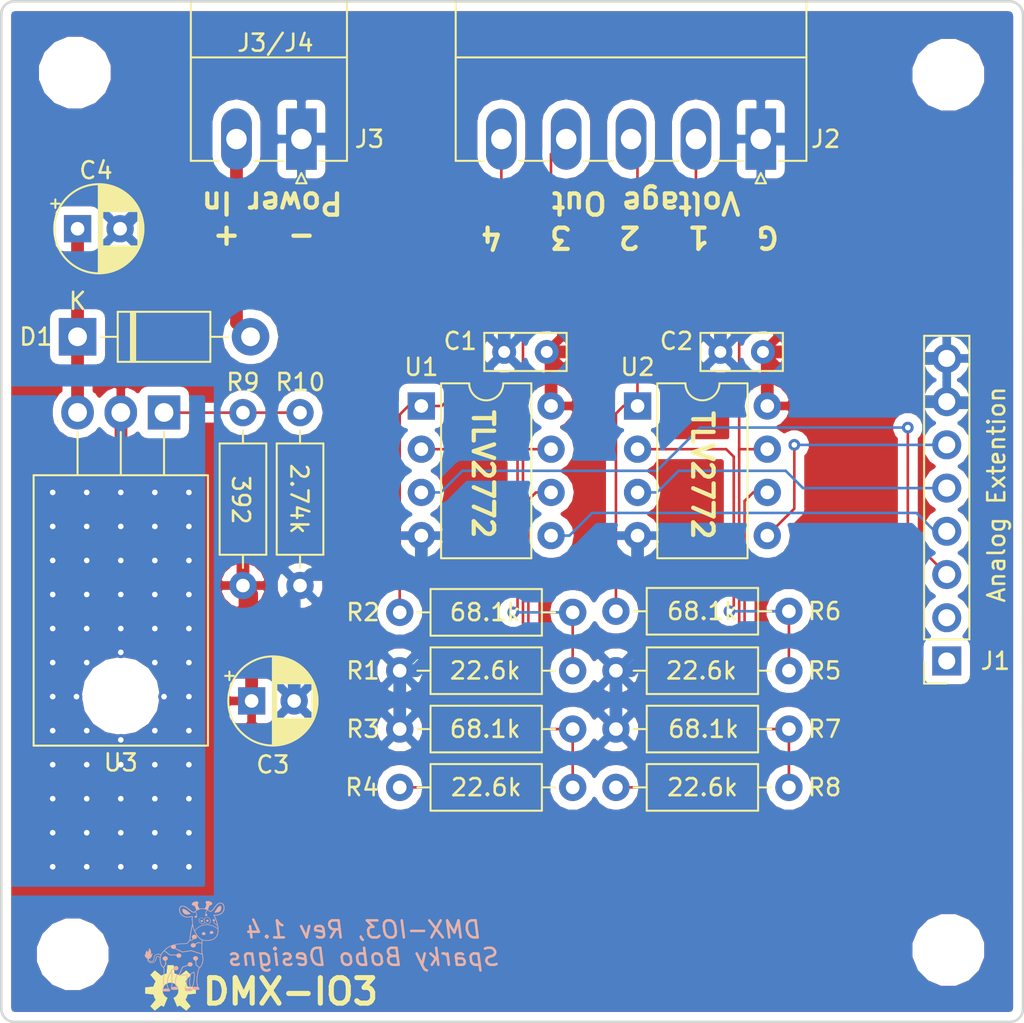
<source format=kicad_pcb>
(kicad_pcb (version 20171130) (host pcbnew "(5.1.12)-1")
  (title_block (title "DMX Demonstrator - Analog IO Voltage (DMX-IO3)") (date 2023-12-19) (rev 1.4) (company "Sparky Bobo Designs") (comment 2 "Designed by: SparkyBobo") (comment 3 https://creativecommons.org/licenses/by-sa/4.0/) (comment 4 "Released under the Creative Commons Attribution Share-Alike 4.0m License"))
  (layers (0 F.Cu signal hide) (31 B.Cu signal hide) (34 B.Paste user) (35 F.Paste user) (36 B.SilkS user) (37 F.SilkS user) (38 B.Mask user) (39 F.Mask user) (44 Edge.Cuts user))
  (net 0 "")
  (net 1 GND)
  (net 2 /AO1)
  (net 3 /AO0)
  (net 4 /AO3)
  (net 5 /AO2)
  (net 6 "Net-(J2-Pad2)")
  (net 7 "Net-(J2-Pad3)")
  (net 8 "Net-(J2-Pad4)")
  (net 9 "Net-(J2-Pad5)")
  (net 10 "Net-(R1-Pad2)")
  (net 11 "Net-(R10-Pad2)")
  (net 12 "Net-(D1-Pad2)")
  (net 13 "Net-(R3-Pad2)")
  (net 14 "Net-(R5-Pad2)")
  (net 15 "Net-(R7-Pad2)")
  (net 16 "Net-(C1-Pad1)")
  (net 17 "Net-(C4-Pad1)")
  (net 18 "Net-(J1-Pad1)")
  (net 19 "Net-(J1-Pad2)")
  (module Connector_Phoenix_MC:PhoenixContact_MC_1,5_2-G-3.81_1x02_P3.81mm_Horizontal (layer F.Cu) (at 143.9545 81.915 180)
    (fp_text reference J3 (at -4.0005 0 180) (layer F.SilkS))
    (fp_text value Power)
    (pad 1 thru_hole rect (at 0 0 180) (size 1.8 3.6) (drill 1.2) (layers *.Cu *.Mask) (net 1 GND))
    (pad 2 thru_hole oval (at 3.81 0 180) (size 1.8 3.6) (drill 1.2) (layers *.Cu *.Mask) (net 12 "Net-(D1-Pad2)"))
  )
  (module Connector_Phoenix_MC:PhoenixContact_MC_1,5_5-G-3.81_1x05_P3.81mm_Horizontal (layer F.Cu) (at 170.942 81.915 180)
    (fp_text reference J2 (at -3.81 0 180) (layer F.SilkS))
    (fp_text value Output)
    (pad 1 thru_hole rect (at 0 0 180) (size 1.8 3.6) (drill 1.2) (layers *.Cu *.Mask) (net 1 GND))
    (pad 2 thru_hole oval (at 3.81 0 180) (size 1.8 3.6) (drill 1.2) (layers *.Cu *.Mask) (net 6 "Net-(J2-Pad2)"))
    (pad 3 thru_hole oval (at 7.62 0 180) (size 1.8 3.6) (drill 1.2) (layers *.Cu *.Mask) (net 7 "Net-(J2-Pad3)"))
    (pad 4 thru_hole oval (at 11.43 0 180) (size 1.8 3.6) (drill 1.2) (layers *.Cu *.Mask) (net 8 "Net-(J2-Pad4)"))
    (pad 5 thru_hole oval (at 15.24 0 180) (size 1.8 3.6) (drill 1.2) (layers *.Cu *.Mask) (net 9 "Net-(J2-Pad5)"))
  )
  (module Package_TO_SOT_THT:TO-220-3_Horizontal_TabDown (layer F.Cu) (at 135.89 97.9805 180)
    (fp_text reference U3 (at 2.54 -20.58 180) (layer F.SilkS))
    (fp_text value LM317T)
    (pad "" np_thru_hole oval (at 2.54 -16.66 180) (size 3.5 3.5) (drill 3.5) (layers *.Cu *.Mask))
    (pad 1 thru_hole rect (at 0 0 180) (size 1.905 2) (drill 1.1) (layers *.Cu *.Mask) (net 11 "Net-(R10-Pad2)"))
    (pad 2 thru_hole oval (at 2.54 0 180) (size 1.905 2) (drill 1.1) (layers *.Cu *.Mask) (net 16 "Net-(C1-Pad1)"))
    (pad 3 thru_hole oval (at 5.08 0 180) (size 1.905 2) (drill 1.1) (layers *.Cu *.Mask) (net 17 "Net-(C4-Pad1)"))
  )
  (module Resistor_THT:R_Axial_DIN0207_L6.3mm_D2.5mm_P10.16mm_Horizontal (layer F.Cu) (at 149.733 113.157)
    (fp_text reference R1 (at -2.159 0) (layer F.SilkS))
    (fp_text value "22.6k 1%")
    (pad 2 thru_hole oval (at 10.16 0) (size 1.6 1.6) (drill 0.8) (layers *.Cu *.Mask) (net 10 "Net-(R1-Pad2)"))
    (pad 1 thru_hole circle (at 0 0) (size 1.6 1.6) (drill 0.8) (layers *.Cu *.Mask) (net 1 GND))
  )
  (module Resistor_THT:R_Axial_DIN0207_L6.3mm_D2.5mm_P10.16mm_Horizontal (layer F.Cu) (at 149.733 109.728)
    (fp_text reference R2 (at -2.159 0) (layer F.SilkS))
    (fp_text value "68.1k 1%")
    (pad 1 thru_hole circle (at 0 0) (size 1.6 1.6) (drill 0.8) (layers *.Cu *.Mask) (net 9 "Net-(J2-Pad5)"))
    (pad 2 thru_hole oval (at 10.16 0) (size 1.6 1.6) (drill 0.8) (layers *.Cu *.Mask) (net 10 "Net-(R1-Pad2)"))
  )
  (module Resistor_THT:R_Axial_DIN0207_L6.3mm_D2.5mm_P10.16mm_Horizontal (layer F.Cu) (at 149.733 116.586)
    (fp_text reference R3 (at -2.159 0) (layer F.SilkS))
    (fp_text value "22.6k 1%")
    (pad 2 thru_hole oval (at 10.16 0) (size 1.6 1.6) (drill 0.8) (layers *.Cu *.Mask) (net 13 "Net-(R3-Pad2)"))
    (pad 1 thru_hole circle (at 0 0) (size 1.6 1.6) (drill 0.8) (layers *.Cu *.Mask) (net 1 GND))
  )
  (module Resistor_THT:R_Axial_DIN0207_L6.3mm_D2.5mm_P10.16mm_Horizontal (layer F.Cu) (at 159.893 120.015 180)
    (fp_text reference R4 (at 12.3825 0 180) (layer F.SilkS))
    (fp_text value "68.1k 1%")
    (pad 1 thru_hole circle (at 0 0 180) (size 1.6 1.6) (drill 0.8) (layers *.Cu *.Mask) (net 13 "Net-(R3-Pad2)"))
    (pad 2 thru_hole oval (at 10.16 0 180) (size 1.6 1.6) (drill 0.8) (layers *.Cu *.Mask) (net 8 "Net-(J2-Pad4)"))
  )
  (module Resistor_THT:R_Axial_DIN0207_L6.3mm_D2.5mm_P10.16mm_Horizontal (layer F.Cu) (at 162.433 113.157)
    (fp_text reference R5 (at 12.2555 0) (layer F.SilkS))
    (fp_text value "22.6k 1%")
    (pad 2 thru_hole oval (at 10.16 0) (size 1.6 1.6) (drill 0.8) (layers *.Cu *.Mask) (net 14 "Net-(R5-Pad2)"))
    (pad 1 thru_hole circle (at 0 0) (size 1.6 1.6) (drill 0.8) (layers *.Cu *.Mask) (net 1 GND))
  )
  (module Resistor_THT:R_Axial_DIN0207_L6.3mm_D2.5mm_P10.16mm_Horizontal (layer F.Cu) (at 172.593 109.6645 180)
    (fp_text reference R6 (at -2.0955 0 180) (layer F.SilkS))
    (fp_text value "68.1k 1%")
    (pad 1 thru_hole circle (at 0 0 180) (size 1.6 1.6) (drill 0.8) (layers *.Cu *.Mask) (net 14 "Net-(R5-Pad2)"))
    (pad 2 thru_hole oval (at 10.16 0 180) (size 1.6 1.6) (drill 0.8) (layers *.Cu *.Mask) (net 7 "Net-(J2-Pad3)"))
  )
  (module Resistor_THT:R_Axial_DIN0207_L6.3mm_D2.5mm_P10.16mm_Horizontal (layer F.Cu) (at 162.433 116.586)
    (fp_text reference R7 (at 12.2555 0) (layer F.SilkS))
    (fp_text value "22.6k 1%")
    (pad 2 thru_hole oval (at 10.16 0) (size 1.6 1.6) (drill 0.8) (layers *.Cu *.Mask) (net 15 "Net-(R7-Pad2)"))
    (pad 1 thru_hole circle (at 0 0) (size 1.6 1.6) (drill 0.8) (layers *.Cu *.Mask) (net 1 GND))
  )
  (module Resistor_THT:R_Axial_DIN0207_L6.3mm_D2.5mm_P10.16mm_Horizontal (layer F.Cu) (at 172.593 120.015 180)
    (fp_text reference R8 (at -2.0955 0 180) (layer F.SilkS))
    (fp_text value "68.1k 1%")
    (pad 1 thru_hole circle (at 0 0 180) (size 1.6 1.6) (drill 0.8) (layers *.Cu *.Mask) (net 15 "Net-(R7-Pad2)"))
    (pad 2 thru_hole oval (at 10.16 0 180) (size 1.6 1.6) (drill 0.8) (layers *.Cu *.Mask) (net 6 "Net-(J2-Pad2)"))
  )
  (module Capacitor_THT:CP_Radial_D5.0mm_P2.50mm (layer F.Cu) (at 141.0335 114.935)
    (fp_text reference C3 (at 1.25 3.7465) (layer F.SilkS))
    (fp_text value 10uF)
    (pad 1 thru_hole rect (at 0 0) (size 1.6 1.6) (drill 0.8) (layers *.Cu *.Mask) (net 16 "Net-(C1-Pad1)"))
    (pad 2 thru_hole circle (at 2.5 0) (size 1.6 1.6) (drill 0.8) (layers *.Cu *.Mask) (net 1 GND))
  )
  (module Connector_PinSocket_2.54mm:PinSocket_1x08_P2.54mm_Vertical (layer F.Cu) (at 181.864 112.5855 180)
    (fp_text reference J1 (at -2.8575 0 180) (layer F.SilkS))
    (fp_text value "Analog Extension")
    (pad 1 thru_hole rect (at 0 0 180) (size 1.7 1.7) (drill 1) (layers *.Cu *.Mask) (net 18 "Net-(J1-Pad1)"))
    (pad 2 thru_hole oval (at 0 2.54 180) (size 1.7 1.7) (drill 1) (layers *.Cu *.Mask) (net 19 "Net-(J1-Pad2)"))
    (pad 3 thru_hole oval (at 0 5.08 180) (size 1.7 1.7) (drill 1) (layers *.Cu *.Mask) (net 4 /AO3))
    (pad 4 thru_hole oval (at 0 7.62 180) (size 1.7 1.7) (drill 1) (layers *.Cu *.Mask) (net 5 /AO2))
    (pad 5 thru_hole oval (at 0 10.16 180) (size 1.7 1.7) (drill 1) (layers *.Cu *.Mask) (net 2 /AO1))
    (pad 6 thru_hole oval (at 0 12.7 180) (size 1.7 1.7) (drill 1) (layers *.Cu *.Mask) (net 3 /AO0))
    (pad 7 thru_hole oval (at 0 15.24 180) (size 1.7 1.7) (drill 1) (layers *.Cu *.Mask) (net 1 GND))
    (pad 8 thru_hole oval (at 0 17.78 180) (size 1.7 1.7) (drill 1) (layers *.Cu *.Mask) (net 1 GND))
  )
  (module Package_DIP:DIP-8_W7.62mm (layer F.Cu) (at 163.703 97.5995)
    (fp_text reference U2 (at 0 -2.286) (layer F.SilkS))
    (fp_text value TLV2772)
    (pad 8 thru_hole oval (at 7.62 0) (size 1.6 1.6) (drill 0.8) (layers *.Cu *.Mask) (net 16 "Net-(C1-Pad1)"))
    (pad 4 thru_hole oval (at 0 7.62) (size 1.6 1.6) (drill 0.8) (layers *.Cu *.Mask) (net 1 GND))
    (pad 7 thru_hole oval (at 7.62 2.54) (size 1.6 1.6) (drill 0.8) (layers *.Cu *.Mask) (net 6 "Net-(J2-Pad2)"))
    (pad 3 thru_hole oval (at 0 5.08) (size 1.6 1.6) (drill 0.8) (layers *.Cu *.Mask) (net 2 /AO1))
    (pad 6 thru_hole oval (at 7.62 5.08) (size 1.6 1.6) (drill 0.8) (layers *.Cu *.Mask) (net 15 "Net-(R7-Pad2)"))
    (pad 2 thru_hole oval (at 0 2.54) (size 1.6 1.6) (drill 0.8) (layers *.Cu *.Mask) (net 14 "Net-(R5-Pad2)"))
    (pad 5 thru_hole oval (at 7.62 7.62) (size 1.6 1.6) (drill 0.8) (layers *.Cu *.Mask) (net 3 /AO0))
    (pad 1 thru_hole rect (at 0 0) (size 1.6 1.6) (drill 0.8) (layers *.Cu *.Mask) (net 7 "Net-(J2-Pad3)"))
  )
  (module Package_DIP:DIP-8_W7.62mm (layer F.Cu) (at 151.003 97.5995)
    (fp_text reference U1 (at 0 -2.286) (layer F.SilkS))
    (fp_text value TLV2772)
    (pad 1 thru_hole rect (at 0 0) (size 1.6 1.6) (drill 0.8) (layers *.Cu *.Mask) (net 9 "Net-(J2-Pad5)"))
    (pad 5 thru_hole oval (at 7.62 7.62) (size 1.6 1.6) (drill 0.8) (layers *.Cu *.Mask) (net 5 /AO2))
    (pad 2 thru_hole oval (at 0 2.54) (size 1.6 1.6) (drill 0.8) (layers *.Cu *.Mask) (net 10 "Net-(R1-Pad2)"))
    (pad 6 thru_hole oval (at 7.62 5.08) (size 1.6 1.6) (drill 0.8) (layers *.Cu *.Mask) (net 13 "Net-(R3-Pad2)"))
    (pad 3 thru_hole oval (at 0 5.08) (size 1.6 1.6) (drill 0.8) (layers *.Cu *.Mask) (net 4 /AO3))
    (pad 7 thru_hole oval (at 7.62 2.54) (size 1.6 1.6) (drill 0.8) (layers *.Cu *.Mask) (net 8 "Net-(J2-Pad4)"))
    (pad 4 thru_hole oval (at 0 7.62) (size 1.6 1.6) (drill 0.8) (layers *.Cu *.Mask) (net 1 GND))
    (pad 8 thru_hole oval (at 7.62 0) (size 1.6 1.6) (drill 0.8) (layers *.Cu *.Mask) (net 16 "Net-(C1-Pad1)"))
  )
  (module Capacitor_THT:C_Rect_L4.6mm_W2.0mm_P2.50mm_MKS02_FKP02 (layer F.Cu) (at 171.069 94.4245 180)
    (fp_text reference C2 (at 5.08 0.635 180) (layer F.SilkS))
    (fp_text value 0.1uF)
    (pad 2 thru_hole circle (at 2.5 0 180) (size 1.4 1.4) (drill 0.7) (layers *.Cu *.Mask) (net 1 GND))
    (pad 1 thru_hole circle (at 0 0 180) (size 1.4 1.4) (drill 0.7) (layers *.Cu *.Mask) (net 16 "Net-(C1-Pad1)"))
  )
  (module Capacitor_THT:C_Rect_L4.6mm_W2.0mm_P2.50mm_MKS02_FKP02 (layer F.Cu) (at 158.369 94.4245 180)
    (fp_text reference C1 (at 5.08 0.635 180) (layer F.SilkS))
    (fp_text value 0.1uF)
    (pad 1 thru_hole circle (at 0 0 180) (size 1.4 1.4) (drill 0.7) (layers *.Cu *.Mask) (net 16 "Net-(C1-Pad1)"))
    (pad 2 thru_hole circle (at 2.5 0 180) (size 1.4 1.4) (drill 0.7) (layers *.Cu *.Mask) (net 1 GND))
  )
  (module Capacitor_THT:CP_Radial_D5.0mm_P2.50mm (layer F.Cu) (at 130.81 87.1855)
    (fp_text reference C4 (at 1.0795 -3.429 -180) (layer F.SilkS))
    (fp_text value 10uF)
    (pad 1 thru_hole rect (at 0 0) (size 1.6 1.6) (drill 0.8) (layers *.Cu *.Mask) (net 17 "Net-(C4-Pad1)"))
    (pad 2 thru_hole circle (at 2.5 0) (size 1.6 1.6) (drill 0.8) (layers *.Cu *.Mask) (net 1 GND))
  )
  (module Diode_THT:D_DO-41_SOD81_P10.16mm_Horizontal (layer F.Cu) (at 130.81 93.5355)
    (fp_text reference D1 (at -2.4384 0) (layer F.SilkS))
    (fp_text value 1N5819)
    (fp_text user K (at 0 -2.1) (layer F.SilkS))
    (pad 1 thru_hole rect (at 0 0) (size 2.2 2.2) (drill 1.1) (layers *.Cu *.Mask) (net 17 "Net-(C4-Pad1)"))
    (pad 2 thru_hole oval (at 10.16 0) (size 2.2 2.2) (drill 1.1) (layers *.Cu *.Mask) (net 12 "Net-(D1-Pad2)"))
  )
  (module Resistor_THT:R_Axial_DIN0207_L6.3mm_D2.5mm_P10.16mm_Horizontal (layer F.Cu) (at 143.8783 108.1532 90)
    (fp_text reference R10 (at 11.9507 0.0127 180) (layer F.SilkS))
    (fp_text value "2.74k 1%")
    (pad 1 thru_hole circle (at 0 0 90) (size 1.6 1.6) (drill 0.8) (layers *.Cu *.Mask) (net 1 GND))
    (pad 2 thru_hole oval (at 10.16 0 90) (size 1.6 1.6) (drill 0.8) (layers *.Cu *.Mask) (net 11 "Net-(R10-Pad2)"))
  )
  (module Resistor_THT:R_Axial_DIN0207_L6.3mm_D2.5mm_P10.16mm_Horizontal (layer F.Cu) (at 140.5255 97.9932 270)
    (fp_text reference R9 (at -1.7907 0) (layer F.SilkS))
    (fp_text value "392 1%")
    (pad 1 thru_hole circle (at 0 0 270) (size 1.6 1.6) (drill 0.8) (layers *.Cu *.Mask) (net 11 "Net-(R10-Pad2)"))
    (pad 2 thru_hole oval (at 10.16 0 270) (size 1.6 1.6) (drill 0.8) (layers *.Cu *.Mask) (net 16 "Net-(C1-Pad1)"))
  )
  (module MountingHole:MountingHole_3.2mm_M3 (layer F.Cu) (at 181.9605 78.1355)
    (fp_text reference MH2 hide)
    (fp_text value MountingHole)
    (pad 1 np_thru_hole circle (at 0 0) (size 3.2 3.2) (drill 3.2) (layers *.Cu *.Mask))
  )
  (module MountingHole:MountingHole_3.2mm_M3 (layer F.Cu) (at 130.5255 129.8245)
    (fp_text reference MH3 hide)
    (fp_text value MountingHole)
    (pad 1 np_thru_hole circle (at 0 0) (size 3.2 3.2) (drill 3.2) (layers *.Cu *.Mask))
  )
  (module MountingHole:MountingHole_3.2mm_M3 (layer F.Cu) (at 181.9605 129.5705)
    (fp_text reference MH4 hide)
    (fp_text value MountingHole)
    (pad 1 np_thru_hole circle (at 0 0) (size 3.2 3.2) (drill 3.2) (layers *.Cu *.Mask))
  )
  (module MountingHole:MountingHole_3.2mm_M3 (layer F.Cu) (at 130.6525 78.0085)
    (fp_text reference MH1 hide)
    (fp_text value MountingHole)
    (pad 1 np_thru_hole circle (at 0 0) (size 3.2 3.2) (drill 3.2) (layers *.Cu *.Mask))
  )
  (module footprints:OSHW-LOGO-S (layer F.Cu) (at 136.271 131.953)
    (fp_text reference "" (at 0 0) (layer F.SilkS) (effects (font (size 1.524 1.524))))
    (fp_text value "" (at 0 0) (layer F.SilkS) (effects (font (size 1.524 1.524))))
  )
  (module footprints:logo_cr_5x5 (layer B.Cu) (at 137.0965 129.3495 180)
    (fp_text reference G*** hide)
    (fp_text value LOGO hide)
  )
  (gr_text 22.6k (at 154.813 120.015) (layer F.SilkS) (effects (font (size 1 1))))
  (gr_text 22.6k (at 167.513 120.015) (layer F.SilkS) (effects (font (size 1 1))))
  (gr_text 22.6k (at 167.4495 113.157) (layer F.SilkS) (effects (font (size 1 1))))
  (gr_text 22.6k (at 154.7495 113.157) (layer F.SilkS) (effects (font (size 1 1))))
  (gr_text 68.1k (at 154.7495 116.586) (layer F.SilkS) (effects (font (size 1 1))))
  (gr_text 68.1k (at 167.5765 116.586) (layer F.SilkS) (effects (font (size 1 1))))
  (gr_text 68.1k (at 167.513 109.6645) (layer F.SilkS) (effects (font (size 1 1))))
  (gr_text 68.1k (at 154.7495 109.728) (layer F.SilkS) (effects (font (size 1 1))))
  (gr_text "2.74k\n" (at 143.8275 103.0605 270) (layer F.SilkS) (effects (font (size 1 1))))
  (gr_text 392 (at 140.3985 103.124 270) (layer F.SilkS) (effects (font (size 1 1))))
  (gr_text TLV2772 (at 167.513 101.6635 270) (layer F.SilkS) (effects (font (size 1.2 1.2) (thickness 0.25))))
  (gr_text TLV2772 (at 154.6225 101.6 270) (layer F.SilkS) (effects (font (size 1.2 1.2) (thickness 0.25))))
  (gr_arc (start 185.57748 133.0325) (end 185.53178 133.7945) (angle -90) (layer Edge.Cuts) (width 0.15))
  (gr_text "Analog Extention" (at 184.785 102.8065 90) (layer F.SilkS) (effects (font (size 1 1))))
  (gr_text J3/J4 (at 142.4305 76.2635) (layer F.SilkS) (effects (font (size 1 1))))
  (gr_text " -   +\nPower In" (at 142.24 86.6775 180) (layer F.SilkS) (effects (font (size 1.25 1.25) (thickness 0.25))))
  (gr_line (start 127.0914 73.8175) (end 185.5114 73.8175) (layer Edge.Cuts) (width 0.15))
  (gr_line (start 186.3472 74.5795) (end 186.342 133.0555) (layer Edge.Cuts) (width 0.15))
  (gr_arc (start 185.5292 74.6355) (end 186.3472 74.6355) (angle -90) (layer Edge.Cuts) (width 0.15))
  (gr_arc (start 127.0914 74.5795) (end 127.0914 73.8175) (angle -90) (layer Edge.Cuts) (width 0.15))
  (gr_arc (start 127.0965 133.0325) (end 126.3345 133.0325) (angle -90) (layer Edge.Cuts) (width 0.15))
  (gr_line (start 127.0914 133.7945) (end 185.5114 133.7945) (layer Edge.Cuts) (width 0.15))
  (gr_line (start 126.3294 133.0555) (end 126.3294 74.5795) (layer Edge.Cuts) (width 0.15))
  (gr_text "DMX-IO3, Rev 1.4\nSparky Bobo Designs\n\n" (at 147.6375 129.9845) (layer B.SilkS) (effects (font (size 1 1) (thickness 0.15) italic) (justify mirror)))
  (gr_text DMX-IO3 (at 143.3195 132.0165) (layer F.SilkS) (effects (font (size 1.5 1.5) (thickness 0.3))))
  (gr_text "  G   1   2   3   4\nVoltage Out" (at 164.211 86.6775 180) (layer F.SilkS) (effects (font (size 1.25 1.25) (thickness 0.25))))
  (via (at 133.3495 114.6795) (size 0.6858) (drill 0.3302) (layers F.Cu B.Cu) (net 0))
  (segment (start 143.5335 108.498) (end 143.8783 108.1532) (width 0.75) (layer B.Cu) (net 1))
  (segment (start 143.5335 114.935) (end 143.5335 108.498) (width 0.75) (layer B.Cu) (net 1))
  (segment (start 143.8783 108.1532) (end 144.526 107.5055) (width 0.75) (layer B.Cu) (net 1))
  (segment (start 173.99 94.8055) (end 173.9265 94.869) (width 0.75) (layer B.Cu) (net 1))
  (segment (start 181.864 94.8055) (end 173.99 94.8055) (width 0.75) (layer B.Cu) (net 1))
  (segment (start 181.864 97.3455) (end 174.0535 97.3455) (width 0.75) (layer B.Cu) (net 1))
  (segment (start 173.9265 94.869) (end 173.9265 92.2655) (width 0.75) (layer B.Cu) (net 1))
  (segment (start 168.569 92.369) (end 168.4655 92.2655) (width 0.75) (layer B.Cu) (net 1))
  (segment (start 168.569 94.4245) (end 168.569 92.369) (width 0.75) (layer B.Cu) (net 1))
  (segment (start 173.9265 92.2655) (end 168.4655 92.2655) (width 0.75) (layer B.Cu) (net 1))
  (segment (start 168.4655 92.2655) (end 156.1465 92.2655) (width 0.75) (layer B.Cu) (net 1))
  (segment (start 151.003 105.2195) (end 151.003 107.5055) (width 0.75) (layer B.Cu) (net 1))
  (segment (start 163.703 107.442) (end 163.6395 107.5055) (width 0.75) (layer B.Cu) (net 1))
  (segment (start 163.703 105.2195) (end 163.703 107.442) (width 0.75) (layer B.Cu) (net 1))
  (segment (start 149.733 113.157) (end 149.733 116.586) (width 0.75) (layer B.Cu) (net 1))
  (segment (start 162.433 113.157) (end 162.433 116.586) (width 0.75) (layer B.Cu) (net 1))
  (segment (start 151.003 107.5055) (end 151.5745 107.5055) (width 0.75) (layer B.Cu) (net 1))
  (segment (start 151.5745 107.5055) (end 163.6395 107.5055) (width 0.75) (layer B.Cu) (net 1))
  (segment (start 164.4015 112.0775) (end 164.4015 107.569) (width 0.75) (layer B.Cu) (net 1))
  (segment (start 162.433 113.157) (end 163.322 113.157) (width 0.75) (layer B.Cu) (net 1))
  (segment (start 163.322 113.157) (end 164.4015 112.0775) (width 0.75) (layer B.Cu) (net 1))
  (segment (start 151.5745 112.268) (end 151.5745 107.5055) (width 0.75) (layer B.Cu) (net 1))
  (segment (start 149.733 113.157) (end 150.6855 113.157) (width 0.75) (layer B.Cu) (net 1))
  (segment (start 150.6855 113.157) (end 151.5745 112.268) (width 0.75) (layer B.Cu) (net 1))
  (segment (start 146.177 107.5055) (end 151.003 107.5055) (width 0.75) (layer B.Cu) (net 1))
  (segment (start 144.526 107.5055) (end 146.177 107.5055) (width 0.75) (layer B.Cu) (net 1))
  (segment (start 146.177 107.5055) (end 147.447 107.5055) (width 0.75) (layer B.Cu) (net 1))
  (segment (start 155.869 92.543) (end 156.1465 92.2655) (width 0.75) (layer B.Cu) (net 1))
  (segment (start 155.869 94.4245) (end 155.869 92.543) (width 0.75) (layer B.Cu) (net 1))
  (segment (start 156.1465 92.2655) (end 147.447 92.2655) (width 0.75) (layer B.Cu) (net 1))
  (segment (start 147.447 107.5055) (end 147.447 92.2655) (width 0.75) (layer B.Cu) (net 1))
  (segment (start 164.338 107.5055) (end 164.4015 107.569) (width 0.75) (layer B.Cu) (net 1))
  (segment (start 163.6395 107.5055) (end 164.338 107.5055) (width 0.75) (layer B.Cu) (net 1))
  (segment (start 173.9265 97.2185) (end 174.0535 97.3455) (width 0.75) (layer B.Cu) (net 1))
  (segment (start 173.9265 94.869) (end 173.9265 97.2185) (width 0.75) (layer B.Cu) (net 1))
  (segment (start 164.338 107.5055) (end 178.7525 107.5055) (width 0.75) (layer B.Cu) (net 1))
  (segment (start 178.7525 107.5055) (end 178.7525 115.697) (width 0.75) (layer B.Cu) (net 1))
  (segment (start 178.7525 115.697) (end 184.8485 115.697) (width 0.75) (layer B.Cu) (net 1))
  (segment (start 184.8485 115.697) (end 184.8485 97.409) (width 0.75) (layer B.Cu) (net 1))
  (segment (start 181.9275 97.409) (end 181.864 97.3455) (width 0.75) (layer B.Cu) (net 1))
  (segment (start 184.8485 97.409) (end 181.9275 97.409) (width 0.75) (layer B.Cu) (net 1))
  (segment (start 133.3354 87.2109) (end 133.31 87.1855) (width 0.75) (layer B.Cu) (net 1))
  (segment (start 133.31 87.1855) (end 133.35 87.1855) (width 0.75) (layer B.Cu) (net 1))
  (segment (start 133.35 87.1855) (end 134.366 86.1695) (width 0.75) (layer B.Cu) (net 1))
  (segment (start 147.447 77.6605) (end 173.9265 77.6605) (width 0.75) (layer B.Cu) (net 1))
  (segment (start 173.863 81.915) (end 173.9265 81.9785) (width 0.75) (layer B.Cu) (net 1))
  (segment (start 170.942 81.915) (end 173.863 81.915) (width 0.75) (layer B.Cu) (net 1))
  (segment (start 173.9265 77.6605) (end 173.9265 81.9785) (width 0.75) (layer B.Cu) (net 1))
  (segment (start 173.9265 81.9785) (end 173.9265 92.2655) (width 0.75) (layer B.Cu) (net 1))
  (segment (start 147.3835 81.915) (end 147.447 81.9785) (width 0.75) (layer B.Cu) (net 1))
  (segment (start 143.9545 81.915) (end 147.3835 81.915) (width 0.75) (layer B.Cu) (net 1))
  (segment (start 147.447 92.2655) (end 147.447 81.9785) (width 0.75) (layer B.Cu) (net 1))
  (segment (start 147.447 81.9785) (end 147.447 77.6605) (width 0.75) (layer B.Cu) (net 1))
  (segment (start 164.846 102.6795) (end 163.703 102.6795) (width 0.1524) (layer B.Cu) (net 2))
  (segment (start 166.116 101.4095) (end 164.846 102.6795) (width 0.1524) (layer B.Cu) (net 2))
  (segment (start 172.4025 101.4095) (end 166.116 101.4095) (width 0.1524) (layer B.Cu) (net 2))
  (segment (start 181.864 102.4255) (end 173.4185 102.4255) (width 0.1524) (layer B.Cu) (net 2))
  (segment (start 173.4185 102.4255) (end 172.4025 101.4095) (width 0.1524) (layer B.Cu) (net 2))
  (segment (start 181.864 99.8855) (end 172.9105 99.8855) (width 0.1524) (layer B.Cu) (net 3))
  (via (at 172.9105 99.8855) (size 0.6858) (drill 0.3302) (layers F.Cu B.Cu) (net 3))
  (segment (start 172.9105 103.632) (end 171.323 105.2195) (width 0.1524) (layer F.Cu) (net 3))
  (segment (start 172.9105 99.8855) (end 172.9105 103.632) (width 0.1524) (layer F.Cu) (net 3))
  (via (at 179.578 98.8695) (size 0.6858) (drill 0.3302) (layers F.Cu B.Cu) (net 4))
  (segment (start 179.578 105.2195) (end 181.864 107.5055) (width 0.1524) (layer F.Cu) (net 4))
  (segment (start 179.578 98.8695) (end 179.578 105.2195) (width 0.1524) (layer F.Cu) (net 4))
  (segment (start 167.386 98.8695) (end 179.578 98.8695) (width 0.1524) (layer B.Cu) (net 4))
  (segment (start 164.846 101.4095) (end 167.386 98.8695) (width 0.1524) (layer B.Cu) (net 4))
  (segment (start 153.416 101.4095) (end 164.846 101.4095) (width 0.1524) (layer B.Cu) (net 4))
  (segment (start 151.003 102.6795) (end 152.146 102.6795) (width 0.1524) (layer B.Cu) (net 4))
  (segment (start 152.146 102.6795) (end 153.416 101.4095) (width 0.1524) (layer B.Cu) (net 4))
  (segment (start 181.1655 104.9655) (end 181.864 104.9655) (width 0.1524) (layer B.Cu) (net 5))
  (segment (start 180.086 103.886) (end 181.1655 104.9655) (width 0.1524) (layer B.Cu) (net 5))
  (segment (start 161.036 103.886) (end 180.086 103.886) (width 0.1524) (layer B.Cu) (net 5))
  (segment (start 158.623 105.2195) (end 159.7025 105.2195) (width 0.1524) (layer B.Cu) (net 5))
  (segment (start 159.7025 105.2195) (end 161.036 103.886) (width 0.1524) (layer B.Cu) (net 5))
  (segment (start 169.037 120.015) (end 162.433 120.015) (width 0.1524) (layer F.Cu) (net 6))
  (segment (start 169.672 119.38) (end 169.037 120.015) (width 0.1524) (layer F.Cu) (net 6))
  (segment (start 169.672 100.584) (end 169.672 119.38) (width 0.1524) (layer F.Cu) (net 6))
  (segment (start 169.672 100.1395) (end 169.672 100.584) (width 0.1524) (layer F.Cu) (net 6))
  (segment (start 171.323 100.1395) (end 169.672 100.1395) (width 0.1524) (layer F.Cu) (net 6))
  (segment (start 167.132 90.7415) (end 167.132 81.915) (width 0.1524) (layer F.Cu) (net 6))
  (segment (start 169.672 100.584) (end 169.672 93.2815) (width 0.1524) (layer F.Cu) (net 6))
  (segment (start 169.672 93.2815) (end 167.132 90.7415) (width 0.1524) (layer F.Cu) (net 6))
  (segment (start 162.433 98.044) (end 162.433 109.6645) (width 0.1524) (layer F.Cu) (net 7))
  (segment (start 163.703 97.5995) (end 162.8775 97.5995) (width 0.1524) (layer F.Cu) (net 7))
  (segment (start 162.8775 97.5995) (end 162.433 98.044) (width 0.1524) (layer F.Cu) (net 7))
  (segment (start 163.6979 82.2909) (end 163.322 81.915) (width 0.1524) (layer F.Cu) (net 7))
  (segment (start 163.703 97.5995) (end 163.6979 97.5944) (width 0.1524) (layer F.Cu) (net 7))
  (segment (start 163.6979 97.5944) (end 163.6979 82.2909) (width 0.1524) (layer F.Cu) (net 7))
  (segment (start 149.733 120.015) (end 156.7815 120.015) (width 0.1524) (layer F.Cu) (net 8))
  (segment (start 156.7815 120.015) (end 156.972 119.8245) (width 0.1524) (layer F.Cu) (net 8))
  (segment (start 158.623 100.1395) (end 156.972 100.1395) (width 0.1524) (layer F.Cu) (net 8))
  (segment (start 156.972 119.8245) (end 156.972 100.1395) (width 0.1524) (layer F.Cu) (net 8))
  (segment (start 158.6179 82.8091) (end 159.512 81.915) (width 0.1524) (layer F.Cu) (net 8))
  (segment (start 158.6179 91.6356) (end 158.6179 82.8091) (width 0.1524) (layer F.Cu) (net 8))
  (segment (start 156.972 100.1395) (end 156.972 93.2815) (width 0.1524) (layer F.Cu) (net 8))
  (segment (start 156.972 93.2815) (end 158.6179 91.6356) (width 0.1524) (layer F.Cu) (net 8))
  (segment (start 151.003 97.5995) (end 151.13 97.5995) (width 0.1524) (layer B.Cu) (net 9))
  (segment (start 150.241 97.5995) (end 151.003 97.5995) (width 0.1524) (layer F.Cu) (net 9))
  (segment (start 149.733 109.728) (end 149.733 98.1075) (width 0.1524) (layer F.Cu) (net 9))
  (segment (start 149.733 98.1075) (end 150.241 97.5995) (width 0.1524) (layer F.Cu) (net 9))
  (segment (start 155.702 91.186) (end 155.702 81.915) (width 0.1524) (layer F.Cu) (net 9))
  (segment (start 153.5379 93.3501) (end 155.702 91.186) (width 0.1524) (layer F.Cu) (net 9))
  (segment (start 153.5379 96.2711) (end 153.5379 93.3501) (width 0.1524) (layer F.Cu) (net 9))
  (segment (start 151.003 97.5995) (end 152.2095 97.5995) (width 0.1524) (layer F.Cu) (net 9))
  (segment (start 152.2095 97.5995) (end 153.5379 96.2711) (width 0.1524) (layer F.Cu) (net 9))
  (segment (start 159.893 109.728) (end 159.893 113.157) (width 0.1524) (layer F.Cu) (net 10))
  (segment (start 156.1465 100.1395) (end 151.003 100.1395) (width 0.1524) (layer F.Cu) (net 10))
  (segment (start 156.6545 100.6475) (end 156.1465 100.1395) (width 0.1524) (layer F.Cu) (net 10))
  (segment (start 156.6545 109.474) (end 156.6545 100.6475) (width 0.1524) (layer F.Cu) (net 10))
  (segment (start 156.4005 109.728) (end 156.6545 109.474) (width 0.1524) (layer F.Cu) (net 10))
  (via (at 156.4005 109.728) (size 0.6858) (drill 0.3302) (layers F.Cu B.Cu) (net 10))
  (segment (start 156.4005 109.728) (end 159.893 109.728) (width 0.1524) (layer B.Cu) (net 10))
  (segment (start 135.9027 97.9932) (end 140.5255 97.9932) (width 0.1524) (layer F.Cu) (net 11))
  (segment (start 140.5255 97.9932) (end 143.8783 97.9932) (width 0.1524) (layer F.Cu) (net 11))
  (segment (start 140.1445 92.71) (end 140.97 93.5355) (width 0.75) (layer F.Cu) (net 12))
  (segment (start 140.1445 81.915) (end 140.1445 92.71) (width 0.75) (layer F.Cu) (net 12))
  (segment (start 159.893 116.586) (end 159.893 120.015) (width 0.1524) (layer F.Cu) (net 13))
  (segment (start 157.7975 116.586) (end 159.893 116.586) (width 0.1524) (layer F.Cu) (net 13))
  (segment (start 157.2895 116.078) (end 157.7975 116.586) (width 0.1524) (layer F.Cu) (net 13))
  (segment (start 157.2895 103.124) (end 157.2895 116.078) (width 0.1524) (layer F.Cu) (net 13))
  (segment (start 158.623 102.6795) (end 157.734 102.6795) (width 0.1524) (layer F.Cu) (net 13))
  (segment (start 157.734 102.6795) (end 157.2895 103.124) (width 0.1524) (layer F.Cu) (net 13))
  (segment (start 172.593 109.6645) (end 172.593 113.157) (width 0.1524) (layer F.Cu) (net 14))
  (segment (start 168.91 100.1395) (end 163.703 100.1395) (width 0.1524) (layer F.Cu) (net 14))
  (segment (start 169.3545 100.584) (end 168.91 100.1395) (width 0.1524) (layer F.Cu) (net 14))
  (segment (start 169.3545 109.4105) (end 169.3545 100.584) (width 0.1524) (layer F.Cu) (net 14))
  (segment (start 169.1005 109.6645) (end 169.3545 109.4105) (width 0.1524) (layer F.Cu) (net 14))
  (via (at 169.1005 109.6645) (size 0.6858) (drill 0.3302) (layers F.Cu B.Cu) (net 14))
  (segment (start 169.1005 109.6645) (end 172.593 109.6645) (width 0.1524) (layer B.Cu) (net 14))
  (segment (start 172.593 116.586) (end 172.593 120.015) (width 0.1524) (layer F.Cu) (net 15))
  (segment (start 170.434 116.586) (end 172.593 116.586) (width 0.1524) (layer F.Cu) (net 15))
  (segment (start 169.9895 116.1415) (end 170.434 116.586) (width 0.1524) (layer F.Cu) (net 15))
  (segment (start 169.9895 103.1875) (end 169.9895 116.1415) (width 0.1524) (layer F.Cu) (net 15))
  (segment (start 171.323 102.6795) (end 170.4975 102.6795) (width 0.1524) (layer F.Cu) (net 15))
  (segment (start 170.4975 102.6795) (end 169.9895 103.1875) (width 0.1524) (layer F.Cu) (net 15))
  (segment (start 133.3627 97.9932) (end 133.3627 99.5553) (width 0.75) (layer F.Cu) (net 16))
  (segment (start 133.3627 99.5553) (end 134.1374 100.33) (width 0.75) (layer F.Cu) (net 16))
  (segment (start 140.5255 108.1532) (end 140.5255 100.33) (width 0.75) (layer F.Cu) (net 16))
  (segment (start 134.1374 100.33) (end 140.5255 100.33) (width 0.75) (layer F.Cu) (net 16))
  (segment (start 141.0335 108.6612) (end 140.5255 108.1532) (width 0.75) (layer F.Cu) (net 16))
  (segment (start 141.0335 114.935) (end 141.0335 108.6612) (width 0.75) (layer F.Cu) (net 16))
  (segment (start 171.323 94.6785) (end 171.069 94.4245) (width 0.75) (layer F.Cu) (net 16))
  (segment (start 171.323 97.5995) (end 171.323 94.6785) (width 0.75) (layer F.Cu) (net 16))
  (segment (start 158.623 94.6785) (end 158.369 94.4245) (width 0.75) (layer F.Cu) (net 16))
  (segment (start 158.623 97.5995) (end 158.623 94.6785) (width 0.75) (layer F.Cu) (net 16))
  (segment (start 140.5255 100.33) (end 146.939 100.33) (width 0.75) (layer F.Cu) (net 16))
  (segment (start 158.369 94.4245) (end 158.369 94.107) (width 0.75) (layer F.Cu) (net 16))
  (segment (start 146.939 100.33) (end 146.939 77.1525) (width 0.75) (layer F.Cu) (net 16))
  (segment (start 173.9265 77.1525) (end 173.9265 93.472) (width 0.75) (layer F.Cu) (net 16))
  (segment (start 172.974 94.4245) (end 171.069 94.4245) (width 0.75) (layer F.Cu) (net 16))
  (segment (start 173.9265 93.472) (end 172.974 94.4245) (width 0.75) (layer F.Cu) (net 16))
  (segment (start 161.417 92.837) (end 161.417 77.1525) (width 0.75) (layer F.Cu) (net 16))
  (segment (start 159.8295 94.4245) (end 161.417 92.837) (width 0.75) (layer F.Cu) (net 16))
  (segment (start 158.369 94.4245) (end 159.8295 94.4245) (width 0.75) (layer F.Cu) (net 16))
  (segment (start 146.939 77.1525) (end 161.417 77.1525) (width 0.75) (layer F.Cu) (net 16))
  (segment (start 161.417 77.1525) (end 173.9265 77.1525) (width 0.75) (layer F.Cu) (net 16))
  (via (at 129.3495 102.6795) (size 0.6858) (drill 0.3302) (layers F.Cu B.Cu) (net 16))
  (via (at 131.3495 102.6795) (size 0.6858) (drill 0.3302) (layers F.Cu B.Cu) (net 16))
  (via (at 133.3495 102.6795) (size 0.6858) (drill 0.3302) (layers F.Cu B.Cu) (net 16))
  (via (at 135.3495 102.6795) (size 0.6858) (drill 0.3302) (layers F.Cu B.Cu) (net 16))
  (via (at 137.3495 102.6795) (size 0.6858) (drill 0.3302) (layers F.Cu B.Cu) (net 16))
  (via (at 129.3495 104.6795) (size 0.6858) (drill 0.3302) (layers F.Cu B.Cu) (net 16))
  (via (at 131.3495 104.6795) (size 0.6858) (drill 0.3302) (layers F.Cu B.Cu) (net 16))
  (via (at 133.3495 104.6795) (size 0.6858) (drill 0.3302) (layers F.Cu B.Cu) (net 16))
  (via (at 135.3495 104.6795) (size 0.6858) (drill 0.3302) (layers F.Cu B.Cu) (net 16))
  (via (at 137.3495 104.6795) (size 0.6858) (drill 0.3302) (layers F.Cu B.Cu) (net 16))
  (via (at 129.3495 106.6795) (size 0.6858) (drill 0.3302) (layers F.Cu B.Cu) (net 16))
  (via (at 131.3495 106.6795) (size 0.6858) (drill 0.3302) (layers F.Cu B.Cu) (net 16))
  (via (at 133.3495 106.6795) (size 0.6858) (drill 0.3302) (layers F.Cu B.Cu) (net 16))
  (via (at 135.3495 106.6795) (size 0.6858) (drill 0.3302) (layers F.Cu B.Cu) (net 16))
  (via (at 137.3495 106.6795) (size 0.6858) (drill 0.3302) (layers F.Cu B.Cu) (net 16))
  (via (at 129.3495 108.6795) (size 0.6858) (drill 0.3302) (layers F.Cu B.Cu) (net 16))
  (via (at 131.3495 108.6795) (size 0.6858) (drill 0.3302) (layers F.Cu B.Cu) (net 16))
  (via (at 133.3495 108.6795) (size 0.6858) (drill 0.3302) (layers F.Cu B.Cu) (net 16))
  (via (at 135.3495 108.6795) (size 0.6858) (drill 0.3302) (layers F.Cu B.Cu) (net 16))
  (via (at 137.3495 108.6795) (size 0.6858) (drill 0.3302) (layers F.Cu B.Cu) (net 16))
  (via (at 129.3495 110.6795) (size 0.6858) (drill 0.3302) (layers F.Cu B.Cu) (net 16))
  (via (at 131.3495 110.6795) (size 0.6858) (drill 0.3302) (layers F.Cu B.Cu) (net 16))
  (via (at 133.3495 110.6795) (size 0.6858) (drill 0.3302) (layers F.Cu B.Cu) (net 16))
  (via (at 135.3495 110.6795) (size 0.6858) (drill 0.3302) (layers F.Cu B.Cu) (net 16))
  (via (at 137.3495 110.6795) (size 0.6858) (drill 0.3302) (layers F.Cu B.Cu) (net 16))
  (via (at 129.3495 112.6795) (size 0.6858) (drill 0.3302) (layers F.Cu B.Cu) (net 16))
  (via (at 131.3495 112.6795) (size 0.6858) (drill 0.3302) (layers F.Cu B.Cu) (net 16))
  (via (at 133.3495 112.0775) (size 0.6858) (drill 0.3302) (layers F.Cu B.Cu) (net 16))
  (via (at 135.3495 112.6795) (size 0.6858) (drill 0.3302) (layers F.Cu B.Cu) (net 16))
  (via (at 137.3495 112.6795) (size 0.6858) (drill 0.3302) (layers F.Cu B.Cu) (net 16))
  (via (at 129.3495 114.6795) (size 0.6858) (drill 0.3302) (layers F.Cu B.Cu) (net 16))
  (via (at 130.7465 114.681) (size 0.6858) (drill 0.3302) (layers F.Cu B.Cu) (net 16))
  (via (at 135.89 114.681) (size 0.6858) (drill 0.3302) (layers F.Cu B.Cu) (net 16))
  (via (at 137.3495 114.6795) (size 0.6858) (drill 0.3302) (layers F.Cu B.Cu) (net 16))
  (via (at 129.3495 116.6795) (size 0.6858) (drill 0.3302) (layers F.Cu B.Cu) (net 16))
  (via (at 131.3495 116.6795) (size 0.6858) (drill 0.3302) (layers F.Cu B.Cu) (net 16))
  (via (at 133.3495 117.221) (size 0.6858) (drill 0.3302) (layers F.Cu B.Cu) (net 16))
  (via (at 135.3495 116.6795) (size 0.6858) (drill 0.3302) (layers F.Cu B.Cu) (net 16))
  (via (at 137.3495 116.6795) (size 0.6858) (drill 0.3302) (layers F.Cu B.Cu) (net 16))
  (via (at 129.3495 118.6795) (size 0.6858) (drill 0.3302) (layers F.Cu B.Cu) (net 16))
  (via (at 131.3495 118.6795) (size 0.6858) (drill 0.3302) (layers F.Cu B.Cu) (net 16))
  (via (at 133.3495 118.6795) (size 0.6858) (drill 0.3302) (layers F.Cu B.Cu) (net 16))
  (via (at 135.3495 118.6795) (size 0.6858) (drill 0.3302) (layers F.Cu B.Cu) (net 16))
  (via (at 137.3495 118.6795) (size 0.6858) (drill 0.3302) (layers F.Cu B.Cu) (net 16))
  (via (at 129.3495 120.6795) (size 0.6858) (drill 0.3302) (layers F.Cu B.Cu) (net 16))
  (via (at 131.3495 120.6795) (size 0.6858) (drill 0.3302) (layers F.Cu B.Cu) (net 16))
  (via (at 133.3495 120.6795) (size 0.6858) (drill 0.3302) (layers F.Cu B.Cu) (net 16))
  (via (at 135.3495 120.6795) (size 0.6858) (drill 0.3302) (layers F.Cu B.Cu) (net 16))
  (via (at 137.3495 120.6795) (size 0.6858) (drill 0.3302) (layers F.Cu B.Cu) (net 16))
  (via (at 129.3495 122.6795) (size 0.6858) (drill 0.3302) (layers F.Cu B.Cu) (net 16))
  (via (at 131.3495 122.6795) (size 0.6858) (drill 0.3302) (layers F.Cu B.Cu) (net 16))
  (via (at 133.3495 122.6795) (size 0.6858) (drill 0.3302) (layers F.Cu B.Cu) (net 16))
  (via (at 135.3495 122.6795) (size 0.6858) (drill 0.3302) (layers F.Cu B.Cu) (net 16))
  (via (at 137.3495 122.6795) (size 0.6858) (drill 0.3302) (layers F.Cu B.Cu) (net 16))
  (via (at 129.3495 124.6795) (size 0.6858) (drill 0.3302) (layers F.Cu B.Cu) (net 16))
  (via (at 131.3495 124.6795) (size 0.6858) (drill 0.3302) (layers F.Cu B.Cu) (net 16))
  (via (at 133.3495 124.6795) (size 0.6858) (drill 0.3302) (layers F.Cu B.Cu) (net 16))
  (via (at 135.3495 124.6795) (size 0.6858) (drill 0.3302) (layers F.Cu B.Cu) (net 16))
  (via (at 137.3495 124.6795) (size 0.6858) (drill 0.3302) (layers F.Cu B.Cu) (net 16))
  (segment (start 130.81 87.1855) (end 130.81 93.5355) (width 0.75) (layer F.Cu) (net 17))
  (segment (start 130.81 97.9805) (end 130.8227 97.9932) (width 0.75) (layer F.Cu) (net 17))
  (segment (start 130.81 93.5355) (end 130.81 97.9805) (width 0.75) (layer F.Cu) (net 17))
  (zone (net 16) (net_name "Net-(C1-Pad1)") (layer F.Cu) (priority 1) (connect_pads (clearance 0.508)) (min_thickness 0.254) (fill yes (arc_segments 16) (thermal_gap 0.508) (thermal_bridge_width 0.508))
    (polygon (pts (xy 126.4285 133.0325) (xy 126.4285 74.549) (xy 127 73.914) (xy 185.547 73.914) (xy 186.2455 74.549) (xy 186.2455 132.969) (xy 185.7375 133.6675) (xy 127.0635 133.6675)))
  )
  (zone (net 1) (net_name GND) (layer B.Cu) (priority 1) (connect_pads (clearance 0.508)) (min_thickness 0.254) (fill yes (arc_segments 16) (thermal_gap 0.508) (thermal_bridge_width 0.508))
    (polygon (pts (xy 186.2455 132.9055) (xy 185.4835 133.6675) (xy 127.0635 133.6675) (xy 126.4285 133.0325) (xy 126.4285 126.365) (xy 138.811 126.365) (xy 138.811 96.4565) (xy 126.4285 96.4565) (xy 126.4285 74.549) (xy 127 73.914) (xy 185.547 73.914) (xy 186.2455 74.549)))
  )
  (zone (net 16) (net_name "Net-(C1-Pad1)") (layer B.Cu) (connect_pads (clearance 0.508)) (min_thickness 0.254) (fill yes (arc_segments 16) (thermal_gap 0.508) (thermal_bridge_width 0.508))
    (polygon (pts (xy 126.4285 96.8375) (xy 138.43 96.8375) (xy 138.3665 125.9205) (xy 126.4285 125.984)))
  )
)
</source>
